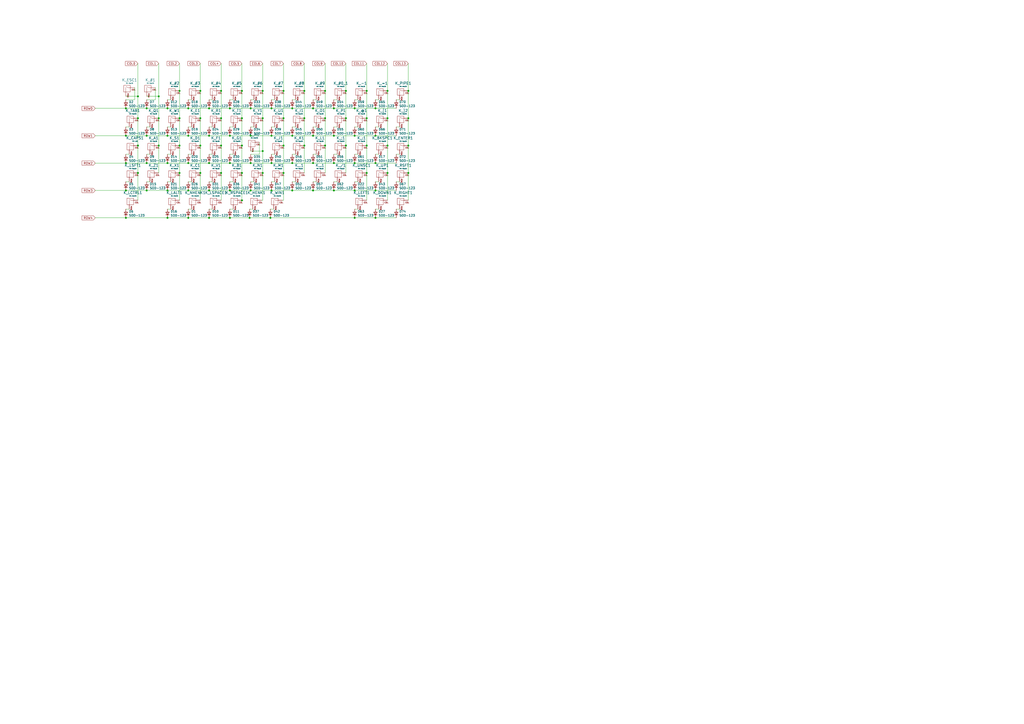
<source format=kicad_sch>
(kicad_sch (version 20211123) (generator eeschema)
  (paper "A2")
  (junction (at 128.27 84.455))
  (junction (at 217.805 62.865))
  (junction (at 181.61 110.49))
  (junction (at 109.22 78.74))
  (junction (at 212.725 100.33))
  (junction (at 73.025 78.74))
  (junction (at 97.155 126.365))
  (junction (at 145.415 62.865))
  (junction (at 128.27 68.58))
  (junction (at 133.35 126.365))
  (junction (at 121.285 126.365))
  (junction (at 80.01 68.58))
  (junction (at 116.205 100.33))
  (junction (at 200.66 52.705))
  (junction (at 109.22 62.865))
  (junction (at 145.415 110.49))
  (junction (at 92.075 68.58))
  (junction (at 157.48 62.865))
  (junction (at 164.465 68.58))
  (junction (at 217.805 126.365))
  (junction (at 152.4 68.58))
  (junction (at 188.595 84.455))
  (junction (at 217.805 78.74))
  (junction (at 236.855 84.455))
  (junction (at 121.285 62.865))
  (junction (at 133.35 94.615))
  (junction (at 121.285 78.74))
  (junction (at 121.285 110.49))
  (junction (at 181.61 94.615))
  (junction (at 133.35 78.74))
  (junction (at 181.61 78.74))
  (junction (at 157.48 94.615))
  (junction (at 73.025 62.865))
  (junction (at 152.4 87.63))
  (junction (at 188.595 52.705))
  (junction (at 193.675 110.49))
  (junction (at 85.09 78.74))
  (junction (at 169.545 94.615))
  (junction (at 212.725 52.705))
  (junction (at 144.78 126.365))
  (junction (at 152.4 100.33))
  (junction (at 140.335 68.58))
  (junction (at 80.01 55.88))
  (junction (at 200.66 84.455))
  (junction (at 104.14 68.58))
  (junction (at 104.14 52.705))
  (junction (at 73.025 126.365))
  (junction (at 121.285 94.615))
  (junction (at 212.725 68.58))
  (junction (at 128.27 100.33))
  (junction (at 109.22 94.615))
  (junction (at 176.53 68.58))
  (junction (at 116.205 52.705))
  (junction (at 157.48 78.74))
  (junction (at 169.545 110.49))
  (junction (at 152.4 52.705))
  (junction (at 217.805 110.49))
  (junction (at 212.725 84.455))
  (junction (at 80.01 84.455))
  (junction (at 156.845 126.365))
  (junction (at 217.805 94.615))
  (junction (at 236.855 52.705))
  (junction (at 109.22 110.49))
  (junction (at 140.335 116.205))
  (junction (at 205.74 78.74))
  (junction (at 205.74 94.615))
  (junction (at 116.205 68.58))
  (junction (at 176.53 84.455))
  (junction (at 97.155 110.49))
  (junction (at 236.855 68.58))
  (junction (at 188.595 68.58))
  (junction (at 80.01 100.33))
  (junction (at 85.09 94.615))
  (junction (at 224.79 52.705))
  (junction (at 224.79 68.58))
  (junction (at 85.09 62.865))
  (junction (at 92.075 84.455))
  (junction (at 193.675 94.615))
  (junction (at 181.61 62.865))
  (junction (at 133.35 110.49))
  (junction (at 97.155 94.615))
  (junction (at 104.14 84.455))
  (junction (at 85.09 110.49))
  (junction (at 145.415 94.615))
  (junction (at 116.205 84.455))
  (junction (at 97.155 78.74))
  (junction (at 164.465 84.455))
  (junction (at 104.14 100.33))
  (junction (at 224.79 100.33))
  (junction (at 73.025 110.49))
  (junction (at 145.415 78.74))
  (junction (at 169.545 78.74))
  (junction (at 236.855 100.33))
  (junction (at 205.74 110.49))
  (junction (at 200.66 68.58))
  (junction (at 109.22 126.365))
  (junction (at 157.48 110.49))
  (junction (at 164.465 100.33))
  (junction (at 193.675 62.865))
  (junction (at 176.53 52.705))
  (junction (at 140.335 52.705))
  (junction (at 205.74 62.865))
  (junction (at 73.025 94.615))
  (junction (at 128.27 52.705))
  (junction (at 224.79 84.455))
  (junction (at 164.465 52.705))
  (junction (at 193.675 78.74))
  (junction (at 97.155 62.865))
  (junction (at 205.74 126.365))
  (junction (at 92.075 55.88))
  (junction (at 140.335 100.33))
  (junction (at 140.335 84.455))
  (junction (at 169.545 62.865))
  (junction (at 133.35 62.865))
  (wire (pts (xy 157.48 57.785) (xy 159.385 57.785)))
  (wire (pts (xy 97.155 121.285) (xy 99.06 121.285)))
  (wire (pts (xy 92.075 36.83) (xy 92.075 55.88)))
  (wire (pts (xy 217.805 121.285) (xy 219.71 121.285)))
  (wire (pts (xy 157.48 110.49) (xy 145.415 110.49)))
  (wire (pts (xy 169.545 73.66) (xy 171.45 73.66)))
  (wire (pts (xy 85.09 89.535) (xy 86.995 89.535)))
  (wire (pts (xy 169.545 62.865) (xy 181.61 62.865)))
  (wire (pts (xy 145.415 89.535) (xy 150.495 89.535)))
  (wire (pts (xy 193.675 110.49) (xy 181.61 110.49)))
  (wire (pts (xy 200.66 100.33) (xy 200.66 84.455)))
  (wire (pts (xy 217.805 105.41) (xy 219.71 105.41)))
  (wire (pts (xy 145.415 110.49) (xy 133.35 110.49)))
  (wire (pts (xy 144.78 121.285) (xy 146.685 121.285)))
  (wire (pts (xy 169.545 110.49) (xy 157.48 110.49)))
  (wire (pts (xy 145.415 78.74) (xy 133.35 78.74)))
  (wire (pts (xy 121.285 126.365) (xy 133.35 126.365)))
  (wire (pts (xy 145.415 87.63) (xy 152.4 87.63)))
  (wire (pts (xy 229.87 94.615) (xy 217.805 94.615)))
  (wire (pts (xy 229.87 105.41) (xy 231.775 105.41)))
  (wire (pts (xy 92.075 68.58) (xy 92.075 84.455)))
  (wire (pts (xy 212.725 84.455) (xy 212.725 100.33)))
  (wire (pts (xy 109.22 105.41) (xy 111.125 105.41)))
  (wire (pts (xy 157.48 105.41) (xy 159.385 105.41)))
  (wire (pts (xy 188.595 52.705) (xy 188.595 68.58)))
  (wire (pts (xy 212.725 52.705) (xy 212.725 68.58)))
  (wire (pts (xy 205.74 57.785) (xy 207.645 57.785)))
  (wire (pts (xy 90.17 50.8) (xy 90.17 57.785)))
  (wire (pts (xy 73.025 110.49) (xy 55.245 110.49)))
  (wire (pts (xy 163.83 116.205) (xy 164.465 116.205)))
  (wire (pts (xy 224.79 68.58) (xy 224.79 84.455)))
  (wire (pts (xy 164.465 100.33) (xy 164.465 116.205)))
  (wire (pts (xy 188.595 84.455) (xy 188.595 100.33)))
  (wire (pts (xy 152.4 100.33) (xy 152.4 116.205)))
  (wire (pts (xy 157.48 94.615) (xy 145.415 94.615)))
  (wire (pts (xy 121.285 73.66) (xy 123.19 73.66)))
  (wire (pts (xy 145.415 73.66) (xy 147.32 73.66)))
  (wire (pts (xy 121.285 121.285) (xy 123.19 121.285)))
  (wire (pts (xy 164.465 84.455) (xy 164.465 100.33)))
  (wire (pts (xy 236.855 84.455) (xy 236.855 100.33)))
  (wire (pts (xy 104.14 68.58) (xy 104.14 52.705)))
  (wire (pts (xy 128.27 84.455) (xy 128.27 68.58)))
  (wire (pts (xy 73.025 126.365) (xy 97.155 126.365)))
  (wire (pts (xy 157.48 62.865) (xy 169.545 62.865)))
  (wire (pts (xy 229.87 121.285) (xy 231.775 121.285)))
  (wire (pts (xy 73.025 57.785) (xy 78.105 57.785)))
  (wire (pts (xy 97.155 57.785) (xy 99.06 57.785)))
  (wire (pts (xy 217.805 94.615) (xy 205.74 94.615)))
  (wire (pts (xy 85.09 110.49) (xy 97.155 110.49)))
  (wire (pts (xy 97.155 62.865) (xy 109.22 62.865)))
  (wire (pts (xy 229.87 78.74) (xy 217.805 78.74)))
  (wire (pts (xy 104.14 52.705) (xy 104.14 36.83)))
  (wire (pts (xy 217.805 126.365) (xy 229.87 126.365)))
  (wire (pts (xy 217.805 73.66) (xy 219.71 73.66)))
  (wire (pts (xy 205.74 78.74) (xy 193.675 78.74)))
  (wire (pts (xy 104.14 100.33) (xy 104.14 84.455)))
  (wire (pts (xy 145.415 62.865) (xy 157.48 62.865)))
  (wire (pts (xy 73.025 62.865) (xy 85.09 62.865)))
  (wire (pts (xy 193.675 62.865) (xy 205.74 62.865)))
  (wire (pts (xy 181.61 89.535) (xy 183.515 89.535)))
  (wire (pts (xy 133.35 110.49) (xy 121.285 110.49)))
  (wire (pts (xy 176.53 52.705) (xy 176.53 36.83)))
  (wire (pts (xy 128.27 100.33) (xy 128.27 116.205)))
  (wire (pts (xy 181.61 110.49) (xy 169.545 110.49)))
  (wire (pts (xy 164.465 68.58) (xy 164.465 84.455)))
  (wire (pts (xy 121.285 78.74) (xy 109.22 78.74)))
  (wire (pts (xy 80.01 55.88) (xy 80.01 68.58)))
  (wire (pts (xy 156.845 126.365) (xy 205.74 126.365)))
  (wire (pts (xy 212.725 36.83) (xy 212.725 52.705)))
  (wire (pts (xy 80.01 116.205) (xy 80.01 100.33)))
  (wire (pts (xy 188.595 68.58) (xy 188.595 84.455)))
  (wire (pts (xy 229.87 89.535) (xy 231.775 89.535)))
  (wire (pts (xy 205.74 110.49) (xy 193.675 110.49)))
  (wire (pts (xy 169.545 89.535) (xy 171.45 89.535)))
  (wire (pts (xy 97.155 126.365) (xy 109.22 126.365)))
  (wire (pts (xy 73.025 73.66) (xy 74.93 73.66)))
  (wire (pts (xy 109.22 110.49) (xy 97.155 110.49)))
  (wire (pts (xy 156.845 121.285) (xy 158.75 121.285)))
  (wire (pts (xy 176.53 100.33) (xy 176.53 84.455)))
  (wire (pts (xy 205.74 105.41) (xy 207.645 105.41)))
  (wire (pts (xy 116.205 52.705) (xy 116.205 68.58)))
  (wire (pts (xy 164.465 36.83) (xy 164.465 52.705)))
  (wire (pts (xy 73.025 110.49) (xy 85.09 110.49)))
  (wire (pts (xy 121.285 89.535) (xy 123.19 89.535)))
  (wire (pts (xy 157.48 89.535) (xy 159.385 89.535)))
  (wire (pts (xy 164.465 52.705) (xy 164.465 68.58)))
  (wire (pts (xy 109.22 126.365) (xy 121.285 126.365)))
  (wire (pts (xy 140.335 116.205) (xy 140.97 116.205)))
  (wire (pts (xy 205.74 73.66) (xy 207.645 73.66)))
  (wire (pts (xy 205.74 62.865) (xy 217.805 62.865)))
  (wire (pts (xy 133.35 89.535) (xy 135.255 89.535)))
  (wire (pts (xy 200.66 68.58) (xy 200.66 52.705)))
  (wire (pts (xy 140.335 84.455) (xy 140.335 100.33)))
  (wire (pts (xy 85.09 55.88) (xy 92.075 55.88)))
  (wire (pts (xy 109.22 73.66) (xy 111.125 73.66)))
  (wire (pts (xy 193.675 89.535) (xy 195.58 89.535)))
  (wire (pts (xy 212.725 68.58) (xy 212.725 84.455)))
  (wire (pts (xy 181.61 62.865) (xy 193.675 62.865)))
  (wire (pts (xy 109.22 62.865) (xy 121.285 62.865)))
  (wire (pts (xy 140.335 36.83) (xy 140.335 52.705)))
  (wire (pts (xy 73.025 94.615) (xy 55.245 94.615)))
  (wire (pts (xy 140.335 100.33) (xy 140.335 116.205)))
  (wire (pts (xy 85.09 105.41) (xy 86.995 105.41)))
  (wire (pts (xy 116.205 116.205) (xy 116.205 100.33)))
  (wire (pts (xy 181.61 57.785) (xy 183.515 57.785)))
  (wire (pts (xy 224.79 52.705) (xy 224.79 36.83)))
  (wire (pts (xy 224.79 68.58) (xy 224.79 52.705)))
  (wire (pts (xy 157.48 78.74) (xy 145.415 78.74)))
  (wire (pts (xy 151.765 116.205) (xy 152.4 116.205)))
  (wire (pts (xy 97.155 89.535) (xy 99.06 89.535)))
  (wire (pts (xy 193.675 57.785) (xy 195.58 57.785)))
  (wire (pts (xy 236.855 100.33) (xy 236.855 116.205)))
  (wire (pts (xy 140.335 68.58) (xy 140.335 84.455)))
  (wire (pts (xy 116.205 36.83) (xy 116.205 52.705)))
  (wire (pts (xy 104.14 116.205) (xy 104.14 100.33)))
  (wire (pts (xy 145.415 57.785) (xy 147.32 57.785)))
  (wire (pts (xy 217.805 110.49) (xy 229.87 110.49)))
  (wire (pts (xy 181.61 78.74) (xy 169.545 78.74)))
  (wire (pts (xy 181.61 105.41) (xy 183.515 105.41)))
  (wire (pts (xy 109.22 94.615) (xy 97.155 94.615)))
  (wire (pts (xy 205.74 89.535) (xy 207.645 89.535)))
  (wire (pts (xy 97.155 73.66) (xy 99.06 73.66)))
  (wire (pts (xy 97.155 78.74) (xy 85.09 78.74)))
  (wire (pts (xy 217.805 78.74) (xy 205.74 78.74)))
  (wire (pts (xy 169.545 105.41) (xy 171.45 105.41)))
  (wire (pts (xy 205.74 110.49) (xy 217.805 110.49)))
  (wire (pts (xy 80.01 84.455) (xy 80.01 100.33)))
  (wire (pts (xy 116.205 84.455) (xy 116.205 100.33)))
  (wire (pts (xy 145.415 94.615) (xy 133.35 94.615)))
  (wire (pts (xy 224.79 84.455) (xy 224.79 100.33)))
  (wire (pts (xy 55.245 62.865) (xy 73.025 62.865)))
  (wire (pts (xy 133.35 105.41) (xy 135.255 105.41)))
  (wire (pts (xy 73.025 55.88) (xy 80.01 55.88)))
  (wire (pts (xy 193.675 105.41) (xy 195.58 105.41)))
  (wire (pts (xy 97.155 105.41) (xy 99.06 105.41)))
  (wire (pts (xy 128.27 100.33) (xy 128.27 84.455)))
  (wire (pts (xy 128.27 52.705) (xy 128.27 36.83)))
  (wire (pts (xy 121.285 110.49) (xy 109.22 110.49)))
  (wire (pts (xy 181.61 94.615) (xy 169.545 94.615)))
  (wire (pts (xy 169.545 94.615) (xy 157.48 94.615)))
  (wire (pts (xy 104.14 84.455) (xy 104.14 68.58)))
  (wire (pts (xy 85.09 94.615) (xy 73.025 94.615)))
  (wire (pts (xy 109.22 78.74) (xy 97.155 78.74)))
  (wire (pts (xy 152.4 52.705) (xy 152.4 36.83)))
  (wire (pts (xy 121.285 62.865) (xy 133.35 62.865)))
  (wire (pts (xy 116.205 68.58) (xy 116.205 84.455)))
  (wire (pts (xy 128.27 68.58) (xy 128.27 52.705)))
  (wire (pts (xy 193.675 78.74) (xy 181.61 78.74)))
  (wire (pts (xy 236.855 68.58) (xy 236.855 84.455)))
  (wire (pts (xy 85.09 73.66) (xy 86.995 73.66)))
  (wire (pts (xy 109.22 121.285) (xy 111.125 121.285)))
  (wire (pts (xy 121.285 57.785) (xy 123.19 57.785)))
  (wire (pts (xy 152.4 68.58) (xy 152.4 87.63)))
  (wire (pts (xy 236.855 36.83) (xy 236.855 52.705)))
  (wire (pts (xy 133.35 94.615) (xy 121.285 94.615)))
  (wire (pts (xy 205.74 94.615) (xy 193.675 94.615)))
  (wire (pts (xy 92.075 84.455) (xy 92.075 100.33)))
  (wire (pts (xy 169.545 57.785) (xy 171.45 57.785)))
  (wire (pts (xy 229.87 57.785) (xy 231.775 57.785)))
  (wire (pts (xy 145.415 105.41) (xy 147.32 105.41)))
  (wire (pts (xy 133.35 73.66) (xy 135.255 73.66)))
  (wire (pts (xy 157.48 73.66) (xy 159.385 73.66)))
  (wire (pts (xy 85.09 57.785) (xy 90.17 57.785)))
  (wire (pts (xy 85.09 78.74) (xy 73.025 78.74)))
  (wire (pts (xy 150.495 82.55) (xy 150.495 89.535)))
  (wire (pts (xy 73.025 121.285) (xy 74.93 121.285)))
  (wire (pts (xy 133.35 62.865) (xy 145.415 62.865)))
  (wire (pts (xy 176.53 84.455) (xy 176.53 68.58)))
  (wire (pts (xy 205.74 121.285) (xy 207.645 121.285)))
  (wire (pts (xy 121.285 105.41) (xy 123.19 105.41)))
  (wire (pts (xy 152.4 68.58) (xy 152.4 52.705)))
  (wire (pts (xy 200.66 52.705) (xy 200.66 36.83)))
  (wire (pts (xy 109.22 89.535) (xy 111.125 89.535)))
  (wire (pts (xy 217.805 57.785) (xy 219.71 57.785)))
  (wire (pts (xy 73.025 89.535) (xy 74.93 89.535)))
  (wire (pts (xy 217.805 89.535) (xy 219.71 89.535)))
  (wire (pts (xy 188.595 36.83) (xy 188.595 52.705)))
  (wire (pts (xy 200.66 84.455) (xy 200.66 68.58)))
  (wire (pts (xy 73.025 105.41) (xy 74.93 105.41)))
  (wire (pts (xy 80.01 36.83) (xy 80.01 55.88)))
  (wire (pts (xy 236.855 52.705) (xy 236.855 68.58)))
  (wire (pts (xy 229.87 73.66) (xy 231.775 73.66)))
  (wire (pts (xy 176.53 68.58) (xy 176.53 52.705)))
  (wire (pts (xy 85.09 62.865) (xy 97.155 62.865)))
  (wire (pts (xy 152.4 87.63) (xy 152.4 100.33)))
  (wire (pts (xy 193.675 73.66) (xy 195.58 73.66)))
  (wire (pts (xy 97.155 94.615) (xy 85.09 94.615)))
  (wire (pts (xy 217.805 62.865) (xy 229.87 62.865)))
  (wire (pts (xy 80.01 68.58) (xy 80.01 84.455)))
  (wire (pts (xy 181.61 73.66) (xy 183.515 73.66)))
  (wire (pts (xy 133.35 57.785) (xy 135.255 57.785)))
  (wire (pts (xy 169.545 78.74) (xy 157.48 78.74)))
  (wire (pts (xy 133.35 126.365) (xy 144.78 126.365)))
  (wire (pts (xy 133.35 121.285) (xy 135.255 121.285)))
  (wire (pts (xy 78.105 50.8) (xy 78.105 57.785)))
  (wire (pts (xy 224.79 100.33) (xy 224.79 116.205)))
  (wire (pts (xy 109.22 57.785) (xy 111.125 57.785)))
  (wire (pts (xy 121.285 94.615) (xy 109.22 94.615)))
  (wire (pts (xy 140.335 52.705) (xy 140.335 68.58)))
  (wire (pts (xy 92.075 55.88) (xy 92.075 68.58)))
  (wire (pts (xy 193.675 94.615) (xy 181.61 94.615)))
  (wire (pts (xy 205.74 126.365) (xy 217.805 126.365)))
  (wire (pts (xy 133.35 78.74) (xy 121.285 78.74)))
  (wire (pts (xy 212.725 100.33) (xy 212.725 116.205)))
  (wire (pts (xy 144.78 126.365) (xy 156.845 126.365)))
  (wire (pts (xy 73.025 78.74) (xy 55.245 78.74)))
  (wire (pts (xy 73.025 126.365) (xy 55.245 126.365)))
  (global_label "COL7" (shape input) (at 164.465 36.83 180) (property "Intersheet References" "${INTERSHEET_REFS}" (effects hide)))
  (global_label "COL1" (shape input) (at 92.075 36.83 180) (property "Intersheet References" "${INTERSHEET_REFS}" (effects hide)))
  (global_label "ROW3" (shape input) (at 55.245 110.49 180) (property "Intersheet References" "${INTERSHEET_REFS}" (effects hide)))
  (global_label "COL12" (shape input) (at 224.79 36.83 180) (property "Intersheet References" "${INTERSHEET_REFS}" (effects hide)))
  (global_label "COL11" (shape input) (at 212.725 36.83 180) (property "Intersheet References" "${INTERSHEET_REFS}" (effects hide)))
  (global_label "COL3" (shape input) (at 116.205 36.83 180) (property "Intersheet References" "${INTERSHEET_REFS}" (effects hide)))
  (global_label "COL2" (shape input) (at 104.14 36.83 180) (property "Intersheet References" "${INTERSHEET_REFS}" (effects hide)))
  (global_label "ROW2" (shape input) (at 55.245 94.615 180) (property "Intersheet References" "${INTERSHEET_REFS}" (effects hide)))
  (global_label "COL9" (shape input) (at 188.595 36.83 180) (property "Intersheet References" "${INTERSHEET_REFS}" (effects hide)))
  (global_label "ROW0" (shape input) (at 55.245 62.865 180) (property "Intersheet References" "${INTERSHEET_REFS}" (effects hide)))
  (global_label "ROW4" (shape input) (at 55.245 126.365 180) (property "Intersheet References" "${INTERSHEET_REFS}" (effects hide)))
  (global_label "COL10" (shape input) (at 200.66 36.83 180) (property "Intersheet References" "${INTERSHEET_REFS}" (effects hide)))
  (global_label "COL4" (shape input) (at 128.27 36.83 180) (property "Intersheet References" "${INTERSHEET_REFS}" (effects hide)))
  (global_label "COL13" (shape input) (at 236.855 36.83 180) (property "Intersheet References" "${INTERSHEET_REFS}" (effects hide)))
  (global_label "COL6" (shape input) (at 152.4 36.83 180) (property "Intersheet References" "${INTERSHEET_REFS}" (effects hide)))
  (global_label "COL5" (shape input) (at 140.335 36.83 180) (property "Intersheet References" "${INTERSHEET_REFS}" (effects hide)))
  (global_label "COL0" (shape input) (at 80.01 36.83 180) (property "Intersheet References" "${INTERSHEET_REFS}" (effects hide)))
  (global_label "ROW1" (shape input) (at 55.245 78.74 180) (property "Intersheet References" "${INTERSHEET_REFS}" (effects hide)))
  (global_label "COL8" (shape input) (at 176.53 36.83 180) (property "Intersheet References" "${INTERSHEET_REFS}" (effects hide)))
  (symbol (lib_id "MX_Alps_Hybrid:MX-NoLED") (at 74.295 52.07 0) (unit 1)
    (property "Reference" "K_ESC1" (at 75.1332 46.4058 0) (effects (font (size 1.524 1.524))))
    (property "Value" "MX-NoLED" (at 75.1332 48.2854 0) (effects (font (size 0.508 0.508))))
    (property "Footprint" "MX_Only:MXOnly-1U-Hotswap" (effects hide))
  )
  (symbol (lib_id "Device:D_Small") (at 73.025 60.325 90) (unit 1)
    (property "Reference" "D2" (at 74.7522 59.1566 90) (effects (justify right)))
    (property "Value" "SOD-123" (at 74.7522 61.468 90) (effects (justify right)))
    (property "Footprint" "Diode_SMD:D_SOD-123" (effects hide))
  )
  (symbol (lib_id "MX_Alps_Hybrid:MX-NoLED") (at 86.36 52.07 0) (unit 1)
    (property "Reference" "K_#1" (at 87.1982 46.4058 0) (effects (font (size 1.524 1.524))))
    (property "Value" "MX-NoLED" (at 87.1982 48.2854 0) (effects (font (size 0.508 0.508))))
    (property "Footprint" "MX_Only:MXOnly-1U-Hotswap" (effects hide))
  )
  (symbol (lib_id "Device:D_Small") (at 85.09 60.325 90) (unit 1)
    (property "Reference" "D7" (at 86.8172 59.1566 90) (effects (justify right)))
    (property "Value" "SOD-123" (at 86.8172 61.468 90) (effects (justify right)))
    (property "Footprint" "Diode_SMD:D_SOD-123" (effects hide))
  )
  (symbol (lib_id "MX_Alps_Hybrid:MX-NoLED") (at 100.33 53.975 0) (unit 1)
    (property "Reference" "K_#2" (at 101.1682 48.3108 0) (effects (font (size 1.524 1.524))))
    (property "Value" "MX-NoLED" (at 101.1682 50.1904 0) (effects (font (size 0.508 0.508))))
    (property "Footprint" "MX_Only:MXOnly-1U-Hotswap" (effects hide))
  )
  (symbol (lib_id "Device:D_Small") (at 97.155 60.325 90) (unit 1)
    (property "Reference" "D12" (at 98.8822 59.1566 90) (effects (justify right)))
    (property "Value" "SOD-123" (at 98.8822 61.468 90) (effects (justify right)))
    (property "Footprint" "Diode_SMD:D_SOD-123" (effects hide))
  )
  (symbol (lib_id "MX_Alps_Hybrid:MX-NoLED") (at 112.395 53.975 0) (unit 1)
    (property "Reference" "K_#3" (at 113.2332 48.3108 0) (effects (font (size 1.524 1.524))))
    (property "Value" "MX-NoLED" (at 113.2332 50.1904 0) (effects (font (size 0.508 0.508))))
    (property "Footprint" "MX_Only:MXOnly-1U-Hotswap" (effects hide))
  )
  (symbol (lib_id "Device:D_Small") (at 109.22 60.325 90) (unit 1)
    (property "Reference" "D18" (at 110.9472 59.1566 90) (effects (justify right)))
    (property "Value" "SOD-123" (at 110.9472 61.468 90) (effects (justify right)))
    (property "Footprint" "Diode_SMD:D_SOD-123" (effects hide))
  )
  (symbol (lib_id "MX_Alps_Hybrid:MX-NoLED") (at 124.46 53.975 0) (unit 1)
    (property "Reference" "K_#4" (at 125.2982 48.3108 0) (effects (font (size 1.524 1.524))))
    (property "Value" "MX-NoLED" (at 125.2982 50.1904 0) (effects (font (size 0.508 0.508))))
    (property "Footprint" "MX_Only:MXOnly-1U-Hotswap" (effects hide))
  )
  (symbol (lib_id "Device:D_Small") (at 121.285 60.325 90) (unit 1)
    (property "Reference" "D23" (at 123.0122 59.1566 90) (effects (justify right)))
    (property "Value" "SOD-123" (at 123.0122 61.468 90) (effects (justify right)))
    (property "Footprint" "Diode_SMD:D_SOD-123" (effects hide))
  )
  (symbol (lib_id "MX_Alps_Hybrid:MX-NoLED") (at 136.525 53.975 0) (unit 1)
    (property "Reference" "K_#5" (at 137.3632 48.3108 0) (effects (font (size 1.524 1.524))))
    (property "Value" "MX-NoLED" (at 137.3632 50.1904 0) (effects (font (size 0.508 0.508))))
    (property "Footprint" "MX_Only:MXOnly-1U-Hotswap" (effects hide))
  )
  (symbol (lib_id "Device:D_Small") (at 133.35 60.325 90) (unit 1)
    (property "Reference" "D28" (at 135.0772 59.1566 90) (effects (justify right)))
    (property "Value" "SOD-123" (at 135.0772 61.468 90) (effects (justify right)))
    (property "Footprint" "Diode_SMD:D_SOD-123" (effects hide))
  )
  (symbol (lib_id "MX_Alps_Hybrid:MX-NoLED") (at 148.59 53.975 0) (unit 1)
    (property "Reference" "K_#6" (at 149.4282 48.3108 0) (effects (font (size 1.524 1.524))))
    (property "Value" "MX-NoLED" (at 149.4282 50.1904 0) (effects (font (size 0.508 0.508))))
    (property "Footprint" "MX_Only:MXOnly-1U-Hotswap" (effects hide))
  )
  (symbol (lib_id "Device:D_Small") (at 145.415 60.325 90) (unit 1)
    (property "Reference" "D33" (at 147.1422 59.1566 90) (effects (justify right)))
    (property "Value" "SOD-123" (at 147.1422 61.468 90) (effects (justify right)))
    (property "Footprint" "Diode_SMD:D_SOD-123" (effects hide))
  )
  (symbol (lib_id "MX_Alps_Hybrid:MX-NoLED") (at 160.655 53.975 0) (unit 1)
    (property "Reference" "K_#7" (at 161.4932 48.3108 0) (effects (font (size 1.524 1.524))))
    (property "Value" "MX-NoLED" (at 161.4932 50.1904 0) (effects (font (size 0.508 0.508))))
    (property "Footprint" "MX_Only:MXOnly-1U-Hotswap" (effects hide))
  )
  (symbol (lib_id "Device:D_Small") (at 157.48 60.325 90) (unit 1)
    (property "Reference" "D38" (at 159.2072 59.1566 90) (effects (justify right)))
    (property "Value" "SOD-123" (at 159.2072 61.468 90) (effects (justify right)))
    (property "Footprint" "Diode_SMD:D_SOD-123" (effects hide))
  )
  (symbol (lib_id "MX_Alps_Hybrid:MX-NoLED") (at 172.72 53.975 0) (unit 1)
    (property "Reference" "K_#8" (at 173.5582 48.3108 0) (effects (font (size 1.524 1.524))))
    (property "Value" "MX-NoLED" (at 173.5582 50.1904 0) (effects (font (size 0.508 0.508))))
    (property "Footprint" "MX_Only:MXOnly-1U-Hotswap" (effects hide))
  )
  (symbol (lib_id "Device:D_Small") (at 169.545 60.325 90) (unit 1)
    (property "Reference" "D44" (at 171.2722 59.1566 90) (effects (justify right)))
    (property "Value" "SOD-123" (at 171.2722 61.468 90) (effects (justify right)))
    (property "Footprint" "Diode_SMD:D_SOD-123" (effects hide))
  )
  (symbol (lib_id "MX_Alps_Hybrid:MX-NoLED") (at 184.785 53.975 0) (unit 1)
    (property "Reference" "K_#9" (at 185.6232 48.3108 0) (effects (font (size 1.524 1.524))))
    (property "Value" "MX-NoLED" (at 185.6232 50.1904 0) (effects (font (size 0.508 0.508))))
    (property "Footprint" "MX_Only:MXOnly-1U-Hotswap" (effects hide))
  )
  (symbol (lib_id "Device:D_Small") (at 181.61 60.325 90) (unit 1)
    (property "Reference" "D49" (at 183.3372 59.1566 90) (effects (justify right)))
    (property "Value" "SOD-123" (at 183.3372 61.468 90) (effects (justify right)))
    (property "Footprint" "Diode_SMD:D_SOD-123" (effects hide))
  )
  (symbol (lib_id "MX_Alps_Hybrid:MX-NoLED") (at 196.85 53.975 0) (unit 1)
    (property "Reference" "K_#0_1" (at 197.6882 48.3108 0) (effects (font (size 1.524 1.524))))
    (property "Value" "MX-NoLED" (at 197.6882 50.1904 0) (effects (font (size 0.508 0.508))))
    (property "Footprint" "MX_Only:MXOnly-1U-Hotswap" (effects hide))
  )
  (symbol (lib_id "Device:D_Small") (at 193.675 60.325 90) (unit 1)
    (property "Reference" "D54" (at 195.4022 59.1566 90) (effects (justify right)))
    (property "Value" "SOD-123" (at 195.4022 61.468 90) (effects (justify right)))
    (property "Footprint" "Diode_SMD:D_SOD-123" (effects hide))
  )
  (symbol (lib_id "MX_Alps_Hybrid:MX-NoLED") (at 208.915 53.975 0) (unit 1)
    (property "Reference" "K_-1" (at 209.7532 48.3108 0) (effects (font (size 1.524 1.524))))
    (property "Value" "MX-NoLED" (at 209.7532 50.1904 0) (effects (font (size 0.508 0.508))))
    (property "Footprint" "MX_Only:MXOnly-1U-Hotswap" (effects hide))
  )
  (symbol (lib_id "Device:D_Small") (at 205.74 60.325 90) (unit 1)
    (property "Reference" "D59" (at 207.4672 59.1566 90) (effects (justify right)))
    (property "Value" "SOD-123" (at 207.4672 61.468 90) (effects (justify right)))
    (property "Footprint" "Diode_SMD:D_SOD-123" (effects hide))
  )
  (symbol (lib_id "MX_Alps_Hybrid:MX-NoLED") (at 220.98 53.975 0) (unit 1)
    (property "Reference" "K_=1" (at 221.8182 48.3108 0) (effects (font (size 1.524 1.524))))
    (property "Value" "MX-NoLED" (at 221.8182 50.1904 0) (effects (font (size 0.508 0.508))))
    (property "Footprint" "MX_Only:MXOnly-1U-Hotswap" (effects hide))
  )
  (symbol (lib_id "Device:D_Small") (at 217.805 60.325 90) (unit 1)
    (property "Reference" "D65" (at 219.5322 59.1566 90) (effects (justify right)))
    (property "Value" "SOD-123" (at 219.5322 61.468 90) (effects (justify right)))
    (property "Footprint" "Diode_SMD:D_SOD-123" (effects hide))
  )
  (symbol (lib_id "MX_Alps_Hybrid:MX-NoLED") (at 233.045 53.975 0) (unit 1)
    (property "Reference" "K_PIPE1" (at 233.8832 48.3108 0) (effects (font (size 1.524 1.524))))
    (property "Value" "MX-NoLED" (at 233.8832 50.1904 0) (effects (font (size 0.508 0.508))))
    (property "Footprint" "MX_Only:MXOnly-1U-Hotswap" (effects hide))
  )
  (symbol (lib_id "Device:D_Small") (at 229.87 60.325 90) (unit 1)
    (property "Reference" "D70" (at 231.5972 59.1566 90) (effects (justify right)))
    (property "Value" "SOD-123" (at 231.5972 61.468 90) (effects (justify right)))
    (property "Footprint" "Diode_SMD:D_SOD-123" (effects hide))
  )
  (symbol (lib_id "MX_Alps_Hybrid:MX-NoLED") (at 76.2 69.85 0) (unit 1)
    (property "Reference" "K_TAB1" (at 77.0382 64.1858 0) (effects (font (size 1.524 1.524))))
    (property "Value" "MX-NoLED" (at 77.0382 66.0654 0) (effects (font (size 0.508 0.508))))
    (property "Footprint" "MX_Only:MXOnly-1.5U-Hotswap" (effects hide))
  )
  (symbol (lib_id "Device:D_Small") (at 73.025 76.2 90) (unit 1)
    (property "Reference" "D3" (at 74.7522 75.0316 90) (effects (justify right)))
    (property "Value" "SOD-123" (at 74.7522 77.343 90) (effects (justify right)))
    (property "Footprint" "Diode_SMD:D_SOD-123" (effects hide))
  )
  (symbol (lib_id "MX_Alps_Hybrid:MX-NoLED") (at 88.265 69.85 0) (unit 1)
    (property "Reference" "K_Q1" (at 89.1032 64.1858 0) (effects (font (size 1.524 1.524))))
    (property "Value" "MX-NoLED" (at 89.1032 66.0654 0) (effects (font (size 0.508 0.508))))
    (property "Footprint" "MX_Only:MXOnly-1U-Hotswap" (effects hide))
  )
  (symbol (lib_id "Device:D_Small") (at 85.09 76.2 90) (unit 1)
    (property "Reference" "D8" (at 86.8172 75.0316 90) (effects (justify right)))
    (property "Value" "SOD-123" (at 86.8172 77.343 90) (effects (justify right)))
    (property "Footprint" "Diode_SMD:D_SOD-123" (effects hide))
  )
  (symbol (lib_id "MX_Alps_Hybrid:MX-NoLED") (at 100.33 69.85 0) (unit 1)
    (property "Reference" "K_W1" (at 101.1682 64.1858 0) (effects (font (size 1.524 1.524))))
    (property "Value" "MX-NoLED" (at 101.1682 66.0654 0) (effects (font (size 0.508 0.508))))
    (property "Footprint" "MX_Only:MXOnly-1U-Hotswap" (effects hide))
  )
  (symbol (lib_id "Device:D_Small") (at 97.155 76.2 90) (unit 1)
    (property "Reference" "D13" (at 98.8822 75.0316 90) (effects (justify right)))
    (property "Value" "SOD-123" (at 98.8822 77.343 90) (effects (justify right)))
    (property "Footprint" "Diode_SMD:D_SOD-123" (effects hide))
  )
  (symbol (lib_id "MX_Alps_Hybrid:MX-NoLED") (at 112.395 69.85 0) (unit 1)
    (property "Reference" "K_E1" (at 113.2332 64.1858 0) (effects (font (size 1.524 1.524))))
    (property "Value" "MX-NoLED" (at 113.2332 66.0654 0) (effects (font (size 0.508 0.508))))
    (property "Footprint" "MX_Only:MXOnly-1U-Hotswap" (effects hide))
  )
  (symbol (lib_id "Device:D_Small") (at 109.22 76.2 90) (unit 1)
    (property "Reference" "D19" (at 110.9472 75.0316 90) (effects (justify right)))
    (property "Value" "SOD-123" (at 110.9472 77.343 90) (effects (justify right)))
    (property "Footprint" "Diode_SMD:D_SOD-123" (effects hide))
  )
  (symbol (lib_id "MX_Alps_Hybrid:MX-NoLED") (at 124.46 69.85 0) (unit 1)
    (property "Reference" "K_R1" (at 125.2982 64.1858 0) (effects (font (size 1.524 1.524))))
    (property "Value" "MX-NoLED" (at 125.2982 66.0654 0) (effects (font (size 0.508 0.508))))
    (property "Footprint" "MX_Only:MXOnly-1U-Hotswap" (effects hide))
  )
  (symbol (lib_id "Device:D_Small") (at 121.285 76.2 90) (unit 1)
    (property "Reference" "D24" (at 123.0122 75.0316 90) (effects (justify right)))
    (property "Value" "SOD-123" (at 123.0122 77.343 90) (effects (justify right)))
    (property "Footprint" "Diode_SMD:D_SOD-123" (effects hide))
  )
  (symbol (lib_id "MX_Alps_Hybrid:MX-NoLED") (at 136.525 69.85 0) (unit 1)
    (property "Reference" "K_T1" (at 137.3632 64.1858 0) (effects (font (size 1.524 1.524))))
    (property "Value" "MX-NoLED" (at 137.3632 66.0654 0) (effects (font (size 0.508 0.508))))
    (property "Footprint" "MX_Only:MXOnly-1U-Hotswap" (effects hide))
  )
  (symbol (lib_id "Device:D_Small") (at 133.35 76.2 90) (unit 1)
    (property "Reference" "D29" (at 135.0772 75.0316 90) (effects (justify right)))
    (property "Value" "SOD-123" (at 135.0772 77.343 90) (effects (justify right)))
    (property "Footprint" "Diode_SMD:D_SOD-123" (effects hide))
  )
  (symbol (lib_id "MX_Alps_Hybrid:MX-NoLED") (at 148.59 69.85 0) (unit 1)
    (property "Reference" "K_Y1" (at 149.4282 64.1858 0) (effects (font (size 1.524 1.524))))
    (property "Value" "MX-NoLED" (at 149.4282 66.0654 0) (effects (font (size 0.508 0.508))))
    (property "Footprint" "MX_Only:MXOnly-1U-Hotswap" (effects hide))
  )
  (symbol (lib_id "Device:D_Small") (at 145.415 76.2 90) (unit 1)
    (property "Reference" "D34" (at 147.1422 75.0316 90) (effects (justify right)))
    (property "Value" "SOD-123" (at 147.1422 77.343 90) (effects (justify right)))
    (property "Footprint" "Diode_SMD:D_SOD-123" (effects hide))
  )
  (symbol (lib_id "MX_Alps_Hybrid:MX-NoLED") (at 160.655 69.85 0) (unit 1)
    (property "Reference" "K_U1" (at 161.4932 64.1858 0) (effects (font (size 1.524 1.524))))
    (property "Value" "MX-NoLED" (at 161.4932 66.0654 0) (effects (font (size 0.508 0.508))))
    (property "Footprint" "MX_Only:MXOnly-1U-Hotswap" (effects hide))
  )
  (symbol (lib_id "Device:D_Small") (at 157.48 76.2 90) (unit 1)
    (property "Reference" "D39" (at 159.2072 75.0316 90) (effects (justify right)))
    (property "Value" "SOD-123" (at 159.2072 77.343 90) (effects (justify right)))
    (property "Footprint" "Diode_SMD:D_SOD-123" (effects hide))
  )
  (symbol (lib_id "MX_Alps_Hybrid:MX-NoLED") (at 172.72 69.85 0) (unit 1)
    (property "Reference" "K_I1" (at 173.5582 64.1858 0) (effects (font (size 1.524 1.524))))
    (property "Value" "MX-NoLED" (at 173.5582 66.0654 0) (effects (font (size 0.508 0.508))))
    (property "Footprint" "MX_Only:MXOnly-1U-Hotswap" (effects hide))
  )
  (symbol (lib_id "Device:D_Small") (at 169.545 76.2 90) (unit 1)
    (property "Reference" "D45" (at 171.2722 75.0316 90) (effects (justify right)))
    (property "Value" "SOD-123" (at 171.2722 77.343 90) (effects (justify right)))
    (property "Footprint" "Diode_SMD:D_SOD-123" (effects hide))
  )
  (symbol (lib_id "MX_Alps_Hybrid:MX-NoLED") (at 184.785 69.85 0) (unit 1)
    (property "Reference" "K_O1" (at 185.6232 64.1858 0) (effects (font (size 1.524 1.524))))
    (property "Value" "MX-NoLED" (at 185.6232 66.0654 0) (effects (font (size 0.508 0.508))))
    (property "Footprint" "MX_Only:MXOnly-1U-Hotswap" (effects hide))
  )
  (symbol (lib_id "Device:D_Small") (at 181.61 76.2 90) (unit 1)
    (property "Reference" "D50" (at 183.3372 75.0316 90) (effects (justify right)))
    (property "Value" "SOD-123" (at 183.3372 77.343 90) (effects (justify right)))
    (property "Footprint" "Diode_SMD:D_SOD-123" (effects hide))
  )
  (symbol (lib_id "MX_Alps_Hybrid:MX-NoLED") (at 196.85 69.85 0) (unit 1)
    (property "Reference" "K_P1" (at 197.6882 64.1858 0) (effects (font (size 1.524 1.524))))
    (property "Value" "MX-NoLED" (at 197.6882 66.0654 0) (effects (font (size 0.508 0.508))))
    (property "Footprint" "MX_Only:MXOnly-1U-Hotswap" (effects hide))
  )
  (symbol (lib_id "Device:D_Small") (at 193.675 76.2 90) (unit 1)
    (property "Reference" "D55" (at 195.4022 75.0316 90) (effects (justify right)))
    (property "Value" "SOD-123" (at 195.4022 77.343 90) (effects (justify right)))
    (property "Footprint" "Diode_SMD:D_SOD-123" (effects hide))
  )
  (symbol (lib_id "MX_Alps_Hybrid:MX-NoLED") (at 208.915 69.85 0) (unit 1)
    (property "Reference" "K_@1" (at 209.7532 64.1858 0) (effects (font (size 1.524 1.524))))
    (property "Value" "MX-NoLED" (at 209.7532 66.0654 0) (effects (font (size 0.508 0.508))))
    (property "Footprint" "MX_Only:MXOnly-1U-Hotswap" (effects hide))
  )
  (symbol (lib_id "Device:D_Small") (at 205.74 76.2 90) (unit 1)
    (property "Reference" "D60" (at 207.4672 75.0316 90) (effects (justify right)))
    (property "Value" "SOD-123" (at 207.4672 77.343 90) (effects (justify right)))
    (property "Footprint" "Diode_SMD:D_SOD-123" (effects hide))
  )
  (symbol (lib_id "MX_Alps_Hybrid:MX-NoLED") (at 220.98 69.85 0) (unit 1)
    (property "Reference" "K_[1" (at 221.8182 64.1858 0) (effects (font (size 1.524 1.524))))
    (property "Value" "MX-NoLED" (at 221.8182 66.0654 0) (effects (font (size 0.508 0.508))))
    (property "Footprint" "MX_Only:MXOnly-1U-Hotswap" (effects hide))
  )
  (symbol (lib_id "Device:D_Small") (at 217.805 76.2 90) (unit 1)
    (property "Reference" "D66" (at 219.5322 75.0316 90) (effects (justify right)))
    (property "Value" "SOD-123" (at 219.5322 77.343 90) (effects (justify right)))
    (property "Footprint" "Diode_SMD:D_SOD-123" (effects hide))
  )
  (symbol (lib_id "MX_Alps_Hybrid:MX-NoLED") (at 233.045 69.85 0) (unit 1)
    (property "Reference" "K_]2" (at 233.8832 64.1858 0) (effects (font (size 1.524 1.524))))
    (property "Value" "MX-NoLED" (at 233.8832 66.0654 0) (effects (font (size 0.508 0.508))))
    (property "Footprint" "MX_Only:MXOnly-1U-Hotswap" (effects hide))
  )
  (symbol (lib_id "Device:D_Small") (at 229.87 76.2 90) (unit 1)
    (property "Reference" "D71" (at 231.5972 75.0316 90) (effects (justify right)))
    (property "Value" "SOD-123" (at 231.5972 77.343 90) (effects (justify right)))
    (property "Footprint" "Diode_SMD:D_SOD-123" (effects hide))
  )
  (symbol (lib_id "Device:D_Small") (at 73.025 92.075 90) (unit 1)
    (property "Reference" "D4" (at 74.7522 90.9066 90) (effects (justify right)))
    (property "Value" "SOD-123" (at 74.7522 93.218 90) (effects (justify right)))
    (property "Footprint" "Diode_SMD:D_SOD-123" (effects hide))
  )
  (symbol (lib_id "MX_Alps_Hybrid:MX-NoLED") (at 88.265 85.725 0) (unit 1)
    (property "Reference" "K_A1" (at 89.1032 80.0608 0) (effects (font (size 1.524 1.524))))
    (property "Value" "MX-NoLED" (at 89.1032 81.9404 0) (effects (font (size 0.508 0.508))))
    (property "Footprint" "MX_Only:MXOnly-1U-Hotswap" (effects hide))
  )
  (symbol (lib_id "Device:D_Small") (at 85.09 92.075 90) (unit 1)
    (property "Reference" "D9" (at 86.8172 90.9066 90) (effects (justify right)))
    (property "Value" "SOD-123" (at 86.8172 93.218 90) (effects (justify right)))
    (property "Footprint" "Diode_SMD:D_SOD-123" (effects hide))
  )
  (symbol (lib_id "MX_Alps_Hybrid:MX-NoLED") (at 100.33 85.725 0) (unit 1)
    (property "Reference" "K_S1" (at 101.1682 80.0608 0) (effects (font (size 1.524 1.524))))
    (property "Value" "MX-NoLED" (at 101.1682 81.9404 0) (effects (font (size 0.508 0.508))))
    (property "Footprint" "MX_Only:MXOnly-1U-Hotswap" (effects hide))
  )
  (symbol (lib_id "Device:D_Small") (at 97.155 92.075 90) (unit 1)
    (property "Reference" "D14" (at 98.8822 90.9066 90) (effects (justify right)))
    (property "Value" "SOD-123" (at 98.8822 93.218 90) (effects (justify right)))
    (property "Footprint" "Diode_SMD:D_SOD-123" (effects hide))
  )
  (symbol (lib_id "MX_Alps_Hybrid:MX-NoLED") (at 112.395 85.725 0) (unit 1)
    (property "Reference" "K_D1" (at 113.2332 80.0608 0) (effects (font (size 1.524 1.524))))
    (property "Value" "MX-NoLED" (at 113.2332 81.9404 0) (effects (font (size 0.508 0.508))))
    (property "Footprint" "MX_Only:MXOnly-1U-Hotswap" (effects hide))
  )
  (symbol (lib_id "Device:D_Small") (at 109.22 92.075 90) (unit 1)
    (property "Reference" "D20" (at 110.9472 90.9066 90) (effects (justify right)))
    (property "Value" "SOD-123" (at 110.9472 93.218 90) (effects (justify right)))
    (property "Footprint" "Diode_SMD:D_SOD-123" (effects hide))
  )
  (symbol (lib_id "MX_Alps_Hybrid:MX-NoLED") (at 124.46 85.725 0) (unit 1)
    (property "Reference" "K_F1" (at 125.2982 80.0608 0) (effects (font (size 1.524 1.524))))
    (property "Value" "MX-NoLED" (at 125.2982 81.9404 0) (effects (font (size 0.508 0.508))))
    (property "Footprint" "MX_Only:MXOnly-1U-Hotswap" (effects hide))
  )
  (symbol (lib_id "Device:D_Small") (at 121.285 92.075 90) (unit 1)
    (property "Reference" "D25" (at 123.0122 90.9066 90) (effects (justify right)))
    (property "Value" "SOD-123" (at 123.0122 93.218 90) (effects (justify right)))
    (property "Footprint" "Diode_SMD:D_SOD-123" (effects hide))
  )
  (symbol (lib_id "MX_Alps_Hybrid:MX-NoLED") (at 136.525 85.725 0) (unit 1)
    (property "Reference" "K_G1" (at 137.3632 80.0608 0) (effects (font (size 1.524 1.524))))
    (property "Value" "MX-NoLED" (at 137.3632 81.9404 0) (effects (font (size 0.508 0.508))))
    (property "Footprint" "MX_Only:MXOnly-1U-Hotswap" (effects hide))
  )
  (symbol (lib_id "Device:D_Small") (at 133.35 92.075 90) (unit 1)
    (property "Reference" "D30" (at 135.0772 90.9066 90) (effects (justify right)))
    (property "Value" "SOD-123" (at 135.0772 93.218 90) (effects (justify right)))
    (property "Footprint" "Diode_SMD:D_SOD-123" (effects hide))
  )
  (symbol (lib_id "MX_Alps_Hybrid:MX-NoLED") (at 146.685 83.82 0) (unit 1)
    (property "Reference" "K_H1" (at 147.5232 78.1558 0) (effects (font (size 1.524 1.524))))
    (property "Value" "MX-NoLED" (at 147.5232 80.0354 0) (effects (font (size 0.508 0.508))))
    (property "Footprint" "MX_Only:MXOnly-1U-Hotswap" (effects hide))
  )
  (symbol (lib_id "Device:D_Small") (at 145.415 92.075 90) (unit 1)
    (property "Reference" "D35" (at 147.1422 90.9066 90) (effects (justify right)))
    (property "Value" "SOD-123" (at 147.1422 93.218 90) (effects (justify right)))
    (property "Footprint" "Diode_SMD:D_SOD-123" (effects hide))
  )
  (symbol (lib_id "MX_Alps_Hybrid:MX-NoLED") (at 160.655 85.725 0) (unit 1)
    (property "Reference" "K_J1" (at 161.4932 80.0608 0) (effects (font (size 1.524 1.524))))
    (property "Value" "MX-NoLED" (at 161.4932 81.9404 0) (effects (font (size 0.508 0.508))))
    (property "Footprint" "MX_Only:MXOnly-1U-Hotswap" (effects hide))
  )
  (symbol (lib_id "Device:D_Small") (at 157.48 92.075 90) (unit 1)
    (property "Reference" "D40" (at 159.2072 90.9066 90) (effects (justify right)))
    (property "Value" "SOD-123" (at 159.2072 93.218 90) (effects (justify right)))
    (property "Footprint" "Diode_SMD:D_SOD-123" (effects hide))
  )
  (symbol (lib_id "MX_Alps_Hybrid:MX-NoLED") (at 172.72 85.725 0) (unit 1)
    (property "Reference" "K_K1" (at 173.5582 80.0608 0) (effects (font (size 1.524 1.524))))
    (property "Value" "MX-NoLED" (at 173.5582 81.9404 0) (effects (font (size 0.508 0.508))))
    (property "Footprint" "MX_Only:MXOnly-1U-Hotswap" (effects hide))
  )
  (symbol (lib_id "Device:D_Small") (at 169.545 92.075 90) (unit 1)
    (property "Reference" "D46" (at 171.2722 90.9066 90) (effects (justify right)))
    (property "Value" "SOD-123" (at 171.2722 93.218 90) (effects (justify right)))
    (property "Footprint" "Diode_SMD:D_SOD-123" (effects hide))
  )
  (symbol (lib_id "MX_Alps_Hybrid:MX-NoLED") (at 184.785 85.725 0) (unit 1)
    (property "Reference" "K_L1" (at 185.6232 80.0608 0) (effects (font (size 1.524 1.524))))
    (property "Value" "MX-NoLED" (at 185.6232 81.9404 0) (effects (font (size 0.508 0.508))))
    (property "Footprint" "MX_Only:MXOnly-1U-Hotswap" (effects hide))
  )
  (symbol (lib_id "Device:D_Small") (at 181.61 92.075 90) (unit 1)
    (property "Reference" "D51" (at 183.3372 90.9066 90) (effects (justify right)))
    (property "Value" "SOD-123" (at 183.3372 93.218 90) (effects (justify right)))
    (property "Footprint" "Diode_SMD:D_SOD-123" (effects hide))
  )
  (symbol (lib_id "MX_Alps_Hybrid:MX-NoLED") (at 196.85 85.725 0) (unit 1)
    (property "Reference" "K_;1" (at 197.6882 80.0608 0) (effects (font (size 1.524 1.524))))
    (property "Value" "MX-NoLED" (at 197.6882 81.9404 0) (effects (font (size 0.508 0.508))))
    (property "Footprint" "MX_Only:MXOnly-1U-Hotswap" (effects hide))
  )
  (symbol (lib_id "Device:D_Small") (at 193.675 92.075 90) (unit 1)
    (property "Reference" "D56" (at 195.4022 90.9066 90) (effects (justify right)))
    (property "Value" "SOD-123" (at 195.4022 93.218 90) (effects (justify right)))
    (property "Footprint" "Diode_SMD:D_SOD-123" (effects hide))
  )
  (symbol (lib_id "MX_Alps_Hybrid:MX-NoLED") (at 208.915 85.725 0) (unit 1)
    (property "Reference" "K_:1" (at 209.7532 80.0608 0) (effects (font (size 1.524 1.524))))
    (property "Value" "MX-NoLED" (at 209.7532 81.9404 0) (effects (font (size 0.508 0.508))))
    (property "Footprint" "MX_Only:MXOnly-1U-Hotswap" (effects hide))
  )
  (symbol (lib_id "Device:D_Small") (at 205.74 92.075 90) (unit 1)
    (property "Reference" "D61" (at 207.4672 90.9066 90) (effects (justify right)))
    (property "Value" "SOD-123" (at 207.4672 93.218 90) (effects (justify right)))
    (property "Footprint" "Diode_SMD:D_SOD-123" (effects hide))
  )
  (symbol (lib_id "MX_Alps_Hybrid:MX-NoLED") (at 233.045 85.725 0) (unit 1)
    (property "Reference" "K_ENTER1" (at 233.8832 80.0608 0) (effects (font (size 1.524 1.524))))
    (property "Value" "MX-NoLED" (at 233.8832 81.9404 0) (effects (font (size 0.508 0.508))))
    (property "Footprint" "MX_Only:MXOnly-ISO-ROTATED-Hotswap" (effects hide))
  )
  (symbol (lib_id "Device:D_Small") (at 229.87 92.075 90) (unit 1)
    (property "Reference" "D72" (at 231.5972 90.9066 90) (effects (justify right)))
    (property "Value" "SOD-123" (at 231.5972 93.218 90) (effects (justify right)))
    (property "Footprint" "Diode_SMD:D_SOD-123" (effects hide))
  )
  (symbol (lib_id "MX_Alps_Hybrid:MX-NoLED") (at 76.2 101.6 0) (unit 1)
    (property "Reference" "K_LSFT1" (at 77.0382 95.9358 0) (effects (font (size 1.524 1.524))))
    (property "Value" "MX-NoLED" (at 77.0382 97.8154 0) (effects (font (size 0.508 0.508))))
    (property "Footprint" "MX_Only:MXOnly-2U-Hotswap" (effects hide))
  )
  (symbol (lib_id "Device:D_Small") (at 73.025 107.95 90) (unit 1)
    (property "Reference" "D5" (at 74.7522 106.7816 90) (effects (justify right)))
    (property "Value" "SOD-123" (at 74.7522 109.093 90) (effects (justify right)))
    (property "Footprint" "Diode_SMD:D_SOD-123" (effects hide))
  )
  (symbol (lib_id "MX_Alps_Hybrid:MX-NoLED") (at 88.265 101.6 0) (unit 1)
    (property "Reference" "K_Z1" (at 89.1032 95.9358 0) (effects (font (size 1.524 1.524))))
    (property "Value" "MX-NoLED" (at 89.1032 97.8154 0) (effects (font (size 0.508 0.508))))
    (property "Footprint" "MX_Only:MXOnly-1U-Hotswap" (effects hide))
  )
  (symbol (lib_id "Device:D_Small") (at 85.09 107.95 90) (unit 1)
    (property "Reference" "D15" (at 86.8172 106.7816 90) (effects (justify right)))
    (property "Value" "SOD-123" (at 86.8172 109.093 90) (effects (justify right)))
    (property "Footprint" "Diode_SMD:D_SOD-123" (effects hide))
  )
  (symbol (lib_id "MX_Alps_Hybrid:MX-NoLED") (at 100.33 101.6 0) (unit 1)
    (property "Reference" "K_X1" (at 101.1682 95.9358 0) (effects (font (size 1.524 1.524))))
    (property "Value" "MX-NoLED" (at 101.1682 97.8154 0) (effects (font (size 0.508 0.508))))
    (property "Footprint" "MX_Only:MXOnly-1U-Hotswap" (effects hide))
  )
  (symbol (lib_id "Device:D_Small") (at 97.155 107.95 90) (unit 1)
    (property "Reference" "D21" (at 98.8822 106.7816 90) (effects (justify right)))
    (property "Value" "SOD-123" (at 98.8822 109.093 90) (effects (justify right)))
    (property "Footprint" "Diode_SMD:D_SOD-123" (effects hide))
  )
  (symbol (lib_id "MX_Alps_Hybrid:MX-NoLED") (at 112.395 101.6 0) (unit 1)
    (property "Reference" "K_C1" (at 113.2332 95.9358 0) (effects (font (size 1.524 1.524))))
    (property "Value" "MX-NoLED" (at 113.2332 97.8154 0) (effects (font (size 0.508 0.508))))
    (property "Footprint" "MX_Only:MXOnly-1U-Hotswap" (effects hide))
  )
  (symbol (lib_id "Device:D_Small") (at 109.22 107.95 90) (unit 1)
    (property "Reference" "D26" (at 110.9472 106.7816 90) (effects (justify right)))
    (property "Value" "SOD-123" (at 110.9472 109.093 90) (effects (justify right)))
    (property "Footprint" "Diode_SMD:D_SOD-123" (effects hide))
  )
  (symbol (lib_id "MX_Alps_Hybrid:MX-NoLED") (at 124.46 101.6 0) (unit 1)
    (property "Reference" "K_V1" (at 125.2982 95.9358 0) (effects (font (size 1.524 1.524))))
    (property "Value" "MX-NoLED" (at 125.2982 97.8154 0) (effects (font (size 0.508 0.508))))
    (property "Footprint" "MX_Only:MXOnly-1U-Hotswap" (effects hide))
  )
  (symbol (lib_id "Device:D_Small") (at 121.285 107.95 90) (unit 1)
    (property "Reference" "D31" (at 123.0122 106.7816 90) (effects (justify right)))
    (property "Value" "SOD-123" (at 123.0122 109.093 90) (effects (justify right)))
    (property "Footprint" "Diode_SMD:D_SOD-123" (effects hide))
  )
  (symbol (lib_id "MX_Alps_Hybrid:MX-NoLED") (at 136.525 101.6 0) (unit 1)
    (property "Reference" "K_B1" (at 137.3632 95.9358 0) (effects (font (size 1.524 1.524))))
    (property "Value" "MX-NoLED" (at 137.3632 97.8154 0) (effects (font (size 0.508 0.508))))
    (property "Footprint" "MX_Only:MXOnly-1U-Hotswap" (effects hide))
  )
  (symbol (lib_id "Device:D_Small") (at 133.35 107.95 90) (unit 1)
    (property "Reference" "D36" (at 135.0772 106.7816 90) (effects (justify right)))
    (property "Value" "SOD-123" (at 135.0772 109.093 90) (effects (justify right)))
    (property "Footprint" "Diode_SMD:D_SOD-123" (effects hide))
  )
  (symbol (lib_id "MX_Alps_Hybrid:MX-NoLED") (at 148.59 101.6 0) (unit 1)
    (property "Reference" "K_N1" (at 149.4282 95.9358 0) (effects (font (size 1.524 1.524))))
    (property "Value" "MX-NoLED" (at 149.4282 97.8154 0) (effects (font (size 0.508 0.508))))
    (property "Footprint" "MX_Only:MXOnly-1U-Hotswap" (effects hide))
  )
  (symbol (lib_id "Device:D_Small") (at 145.415 107.95 90) (unit 1)
    (property "Reference" "D41" (at 147.1422 106.7816 90) (effects (justify right)))
    (property "Value" "SOD-123" (at 147.1422 109.093 90) (effects (justify right)))
    (property "Footprint" "Diode_SMD:D_SOD-123" (effects hide))
  )
  (symbol (lib_id "MX_Alps_Hybrid:MX-NoLED") (at 160.655 101.6 0) (unit 1)
    (property "Reference" "K_M1" (at 161.4932 95.9358 0) (effects (font (size 1.524 1.524))))
    (property "Value" "MX-NoLED" (at 161.4932 97.8154 0) (effects (font (size 0.508 0.508))))
    (property "Footprint" "MX_Only:MXOnly-1U-Hotswap" (effects hide))
  )
  (symbol (lib_id "Device:D_Small") (at 157.48 107.95 90) (unit 1)
    (property "Reference" "D47" (at 159.2072 106.7816 90) (effects (justify right)))
    (property "Value" "SOD-123" (at 159.2072 109.093 90) (effects (justify right)))
    (property "Footprint" "Diode_SMD:D_SOD-123" (effects hide))
  )
  (symbol (lib_id "MX_Alps_Hybrid:MX-NoLED") (at 172.72 101.6 0) (unit 1)
    (property "Reference" "K_,1" (at 173.5582 95.9358 0) (effects (font (size 1.524 1.524))))
    (property "Value" "MX-NoLED" (at 173.5582 97.8154 0) (effects (font (size 0.508 0.508))))
    (property "Footprint" "MX_Only:MXOnly-1U-Hotswap" (effects hide))
  )
  (symbol (lib_id "Device:D_Small") (at 169.545 107.95 90) (unit 1)
    (property "Reference" "D52" (at 171.2722 106.7816 90) (effects (justify right)))
    (property "Value" "SOD-123" (at 171.2722 109.093 90) (effects (justify right)))
    (property "Footprint" "Diode_SMD:D_SOD-123" (effects hide))
  )
  (symbol (lib_id "MX_Alps_Hybrid:MX-NoLED") (at 184.785 101.6 0) (unit 1)
    (property "Reference" "K_.1" (at 185.6232 95.9358 0) (effects (font (size 1.524 1.524))))
    (property "Value" "MX-NoLED" (at 185.6232 97.8154 0) (effects (font (size 0.508 0.508))))
    (property "Footprint" "MX_Only:MXOnly-1U-Hotswap" (effects hide))
  )
  (symbol (lib_id "Device:D_Small") (at 181.61 107.95 90) (unit 1)
    (property "Reference" "D57" (at 183.3372 106.7816 90) (effects (justify right)))
    (property "Value" "SOD-123" (at 183.3372 109.093 90) (effects (justify right)))
    (property "Footprint" "Diode_SMD:D_SOD-123" (effects hide))
  )
  (symbol (lib_id "MX_Alps_Hybrid:MX-NoLED") (at 196.85 101.6 0) (unit 1)
    (property "Reference" "K_/1" (at 197.6882 95.9358 0) (effects (font (size 1.524 1.524))))
    (property "Value" "MX-NoLED" (at 197.6882 97.8154 0) (effects (font (size 0.508 0.508))))
    (property "Footprint" "MX_Only:MXOnly-1U-Hotswap" (effects hide))
  )
  (symbol (lib_id "Device:D_Small") (at 193.675 107.95 90) (unit 1)
    (property "Reference" "D62" (at 195.4022 106.7816 90) (effects (justify right)))
    (property "Value" "SOD-123" (at 195.4022 109.093 90) (effects (justify right)))
    (property "Footprint" "Diode_SMD:D_SOD-123" (effects hide))
  )
  (symbol (lib_id "MX_Alps_Hybrid:MX-NoLED") (at 233.045 101.6 0) (unit 1)
    (property "Reference" "K_RSFT1" (at 233.8832 95.9358 0) (effects (font (size 1.524 1.524))))
    (property "Value" "MX-NoLED" (at 233.8832 97.8154 0) (effects (font (size 0.508 0.508))))
    (property "Footprint" "MX_Only:MXOnly-1U-Hotswap" (effects hide))
  )
  (symbol (lib_id "Device:D_Small") (at 229.87 107.95 90) (unit 1)
    (property "Reference" "D67" (at 231.5972 106.7816 90) (effects (justify right)))
    (property "Value" "SOD-123" (at 231.5972 109.093 90) (effects (justify right)))
    (property "Footprint" "Diode_SMD:D_SOD-123" (effects hide))
  )
  (symbol (lib_id "MX_Alps_Hybrid:MX-NoLED") (at 76.2 117.475 0) (unit 1)
    (property "Reference" "K_LCTRL1" (at 77.0382 111.8108 0) (effects (font (size 1.524 1.524))))
    (property "Value" "MX-NoLED" (at 77.0382 113.6904 0) (effects (font (size 0.508 0.508))))
    (property "Footprint" "MX_Only:MXOnly-1U-Hotswap" (effects hide))
  )
  (symbol (lib_id "Device:D_Small") (at 73.025 123.825 90) (unit 1)
    (property "Reference" "D6" (at 74.7522 122.6566 90) (effects (justify right)))
    (property "Value" "SOD-123" (at 74.7522 124.968 90) (effects (justify right)))
    (property "Footprint" "Diode_SMD:D_SOD-123" (effects hide))
  )
  (symbol (lib_id "MX_Alps_Hybrid:MX-NoLED") (at 100.33 117.475 0) (unit 1)
    (property "Reference" "K_LALT1" (at 101.1682 111.8108 0) (effects (font (size 1.524 1.524))))
    (property "Value" "MX-NoLED" (at 101.1682 113.6904 0) (effects (font (size 0.508 0.508))))
    (property "Footprint" "MX_Only:MXOnly-1U-Hotswap" (effects hide))
  )
  (symbol (lib_id "Device:D_Small") (at 97.155 123.825 90) (unit 1)
    (property "Reference" "D16" (at 98.8822 122.6566 90) (effects (justify right)))
    (property "Value" "SOD-123" (at 98.8822 124.968 90) (effects (justify right)))
    (property "Footprint" "Diode_SMD:D_SOD-123" (effects hide))
  )
  (symbol (lib_id "MX_Alps_Hybrid:MX-NoLED") (at 208.915 117.475 0) (unit 1)
    (property "Reference" "K_LEFT1" (at 209.7532 111.8108 0) (effects (font (size 1.524 1.524))))
    (property "Value" "MX-NoLED" (at 209.7532 113.6904 0) (effects (font (size 0.508 0.508))))
    (property "Footprint" "MX_Only:MXOnly-1U-Hotswap" (effects hide))
  )
  (symbol (lib_id "Device:D_Small") (at 205.74 123.825 90) (unit 1)
    (property "Reference" "D63" (at 207.4672 122.6566 90) (effects (justify right)))
    (property "Value" "SOD-123" (at 207.4672 124.968 90) (effects (justify right)))
    (property "Footprint" "Diode_SMD:D_SOD-123" (effects hide))
  )
  (symbol (lib_id "MX_Alps_Hybrid:MX-NoLED") (at 233.045 117.475 0) (unit 1)
    (property "Reference" "K_RIGHT1" (at 233.8832 111.8108 0) (effects (font (size 1.524 1.524))))
    (property "Value" "MX-NoLED" (at 233.8832 113.6904 0) (effects (font (size 0.508 0.508))))
    (property "Footprint" "MX_Only:MXOnly-1.25U-Hotswap" (effects hide))
  )
  (symbol (lib_id "Device:D_Small") (at 229.87 123.825 90) (unit 1)
    (property "Reference" "D74" (at 231.5972 122.6566 90) (effects (justify right)))
    (property "Value" "SOD-123" (at 231.5972 124.968 90) (effects (justify right)))
    (property "Footprint" "Diode_SMD:D_SOD-123" (effects hide))
  )
  (symbol (lib_id "MX_Alps_Hybrid:MX-NoLED") (at 76.2 85.725 0) (unit 1)
    (property "Reference" "K_CAPS1" (at 78.2828 80.0354 0) (effects (font (size 1.524 1.524))))
    (property "Value" "MX-LED" (at 78.2828 81.915 0) (effects (font (size 0.508 0.508))))
    (property "Footprint" "MX_Only:MXOnly-1.75U-Hotswap" (effects hide))
  )
  (symbol (lib_id "MX_Alps_Hybrid:MX-NoLED") (at 220.98 85.725 0) (unit 1)
    (property "Reference" "K_BKSPC1" (at 221.8182 80.0608 0) (effects (font (size 1.524 1.524))))
    (property "Value" "MX-NoLED" (at 221.8182 81.9404 0) (effects (font (size 0.508 0.508))))
    (property "Footprint" "MX_Only:MXOnly-1U-Hotswap" (effects hide))
  )
  (symbol (lib_id "Device:D_Small") (at 217.805 92.075 90) (unit 1)
    (property "Reference" "D17" (at 219.5322 90.9066 90) (effects (justify right)))
    (property "Value" "SOD-123" (at 219.5322 93.218 90) (effects (justify right)))
    (property "Footprint" "Diode_SMD:D_SOD-123" (effects hide))
  )
  (symbol (lib_id "MX_Alps_Hybrid:MX-NoLED") (at 208.915 101.6 0) (unit 1)
    (property "Reference" "K_UNSC1" (at 209.7532 95.9358 0) (effects (font (size 1.524 1.524))))
    (property "Value" "MX-NoLED" (at 209.7532 97.8154 0) (effects (font (size 0.508 0.508))))
    (property "Footprint" "MX_Only:MXOnly-1U-Hotswap" (effects hide))
  )
  (symbol (lib_id "Device:D_Small") (at 205.74 107.95 90) (unit 1)
    (property "Reference" "D22" (at 207.4672 106.7816 90) (effects (justify right)))
    (property "Value" "SOD-123" (at 207.4672 109.093 90) (effects (justify right)))
    (property "Footprint" "Diode_SMD:D_SOD-123" (effects hide))
  )
  (symbol (lib_id "MX_Alps_Hybrid:MX-NoLED") (at 220.98 117.475 0) (unit 1)
    (property "Reference" "K_DOWN1" (at 221.8182 111.8108 0) (effects (font (size 1.524 1.524))))
    (property "Value" "MX-NoLED" (at 221.8182 113.6904 0) (effects (font (size 0.508 0.508))))
    (property "Footprint" "MX_Only:MXOnly-1U-Hotswap" (effects hide))
  )
  (symbol (lib_id "Device:D_Small") (at 217.805 123.825 90) (unit 1)
    (property "Reference" "D27" (at 219.5322 122.6566 90) (effects (justify right)))
    (property "Value" "SOD-123" (at 219.5322 124.968 90) (effects (justify right)))
    (property "Footprint" "Diode_SMD:D_SOD-123" (effects hide))
  )
  (symbol (lib_id "MX_Alps_Hybrid:MX-NoLED") (at 112.395 117.475 0) (unit 1)
    (property "Reference" "K_NHENK1" (at 113.2332 111.8108 0) (effects (font (size 1.524 1.524))))
    (property "Value" "MX-NoLED" (at 113.2332 113.6904 0) (effects (font (size 0.508 0.508))))
    (property "Footprint" "MX_Only:MXOnly-1U-Hotswap" (effects hide))
  )
  (symbol (lib_id "Device:D_Small") (at 109.22 123.825 90) (unit 1)
    (property "Reference" "D1" (at 110.9472 122.6566 90) (effects (justify right)))
    (property "Value" "SOD-123" (at 110.9472 124.968 90) (effects (justify right)))
    (property "Footprint" "Diode_SMD:D_SOD-123" (effects hide))
  )
  (symbol (lib_id "MX_Alps_Hybrid:MX-NoLED") (at 136.525 117.475 0) (unit 1)
    (property "Reference" "K_RSPACE1" (at 137.3632 111.8108 0) (effects (font (size 1.524 1.524))))
    (property "Value" "MX-NoLED" (at 137.3632 113.6904 0) (effects (font (size 0.508 0.508))))
    (property "Footprint" "MX_Only:MXOnly-1.25U-Hotswap" (effects hide))
  )
  (symbol (lib_id "MX_Alps_Hybrid:MX-NoLED") (at 124.46 117.475 0) (unit 1)
    (property "Reference" "K_LSPACE1" (at 125.2982 111.8108 0) (effects (font (size 1.524 1.524))))
    (property "Value" "MX-NoLED" (at 125.2982 113.6904 0) (effects (font (size 0.508 0.508))))
    (property "Footprint" "MX_Only:MXOnly-1.25U-Hotswap" (effects hide))
  )
  (symbol (lib_id "MX_Alps_Hybrid:MX-NoLED") (at 220.98 101.6 0) (unit 1)
    (property "Reference" "K_UP1" (at 221.8182 95.9358 0) (effects (font (size 1.524 1.524))))
    (property "Value" "MX-NoLED" (at 221.8182 97.8154 0) (effects (font (size 0.508 0.508))))
    (property "Footprint" "MX_Only:MXOnly-1U-Hotswap" (effects hide))
  )
  (symbol (lib_id "MX_Alps_Hybrid:MX-NoLED") (at 160.02 117.475 0) (unit 1)
    (property "Reference" "K_WIN1" (at 160.8582 111.8108 0) (effects (font (size 1.524 1.524))))
    (property "Value" "MX-NoLED" (at 160.8582 113.6904 0) (effects (font (size 0.508 0.508))))
    (property "Footprint" "MX_Only:MXOnly-1U-Hotswap" (effects hide))
  )
  (symbol (lib_id "Device:D_Small") (at 133.35 123.825 90) (unit 1)
    (property "Reference" "D11" (at 135.0772 122.6566 90) (effects (justify right)))
    (property "Value" "SOD-123" (at 135.0772 124.968 90) (effects (justify right)))
    (property "Footprint" "Diode_SMD:D_SOD-123" (effects hide))
  )
  (symbol (lib_id "Device:D_Small") (at 217.805 107.95 90) (unit 1)
    (property "Reference" "D43" (at 219.5322 106.7816 90) (effects (justify right)))
    (property "Value" "SOD-123" (at 219.5322 109.093 90) (effects (justify right)))
    (property "Footprint" "Diode_SMD:D_SOD-123" (effects hide))
  )
  (symbol (lib_id "Device:D_Small") (at 156.845 123.825 90) (unit 1)
    (property "Reference" "D42" (at 158.5722 122.6566 90) (effects (justify right)))
    (property "Value" "SOD-123" (at 158.5722 124.968 90) (effects (justify right)))
    (property "Footprint" "Diode_SMD:D_SOD-123" (effects hide))
  )
  (symbol (lib_id "Device:D_Small") (at 144.78 123.825 90) (unit 1)
    (property "Reference" "D37" (at 146.5072 122.6566 90) (effects (justify right)))
    (property "Value" "SOD-123" (at 146.5072 124.968 90) (effects (justify right)))
    (property "Footprint" "Diode_SMD:D_SOD-123" (effects hide))
  )
  (symbol (lib_id "Device:D_Small") (at 121.285 123.825 90) (unit 1)
    (property "Reference" "D10" (at 123.0122 122.6566 90) (effects (justify right)))
    (property "Value" "SOD-123" (at 123.0122 124.968 90) (effects (justify right)))
    (property "Footprint" "Diode_SMD:D_SOD-123" (effects hide))
  )
  (symbol (lib_id "MX_Alps_Hybrid:MX-NoLED") (at 147.955 117.475 0) (unit 1)
    (property "Reference" "K_HENK1" (at 148.7932 111.8108 0) (effects (font (size 1.524 1.524))))
    (property "Value" "MX-NoLED" (at 148.7932 113.6904 0) (effects (font (size 0.508 0.508))))
    (property "Footprint" "MX_Only:MXOnly-1U-Hotswap" (effects hide))
  )
)
</source>
